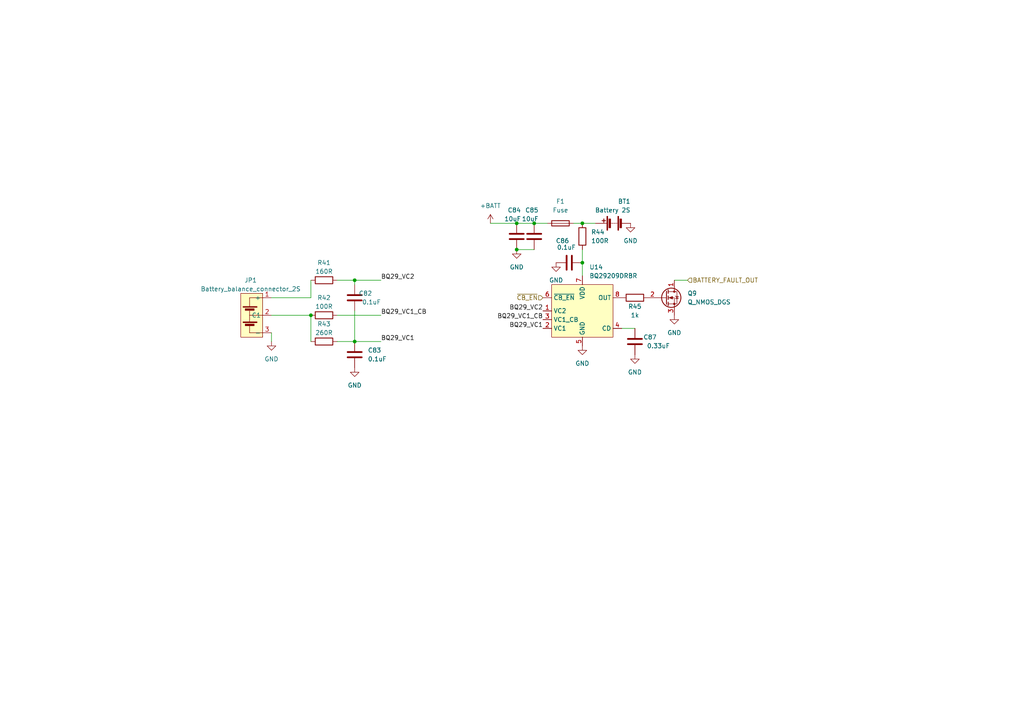
<source format=kicad_sch>
(kicad_sch (version 20211123) (generator eeschema)
  (paper "A4")
  (lib_symbols
    (symbol "Device:Battery" (pin_numbers hide) (pin_names (offset 0) hide)
      (property "Reference" "BT" (at 2.54 2.54 0))
      (property "Value" "Battery" (at 2.54 0 0))
      (symbol "Battery_0_1"
        (rectangle (start -2.032 -1.397) (end 2.032 -1.651) (fill (type outline)))
        (rectangle (start -2.032 1.778) (end 2.032 1.524) (fill (type outline)))
        (rectangle (start -1.3208 -1.9812) (end 1.27 -2.4892) (fill (type outline)))
        (rectangle (start -1.3208 1.1938) (end 1.27 0.6858) (fill (type outline)))
        (polyline (pts (xy 0 -1.524) (xy 0 -1.27)))
        (polyline (pts (xy 0 -1.016) (xy 0 -0.762)))
        (polyline (pts (xy 0 -0.508) (xy 0 -0.254)))
        (polyline (pts (xy 0 0) (xy 0 0.254)))
        (polyline (pts (xy 0 0.508) (xy 0 0.762)))
        (polyline (pts (xy 0 1.778) (xy 0 2.54)))
        (polyline (pts (xy 0.254 2.667) (xy 1.27 2.667)) (stroke (width 0.254)))
        (polyline (pts (xy 0.762 3.175) (xy 0.762 2.159)) (stroke (width 0.254)))
      )
      (symbol "Battery_1_1"
        (pin passive line (at 0 5.08 270) (length 2.54) (name "+") (number "1"))
        (pin passive line (at 0 -5.08 90) (length 2.54) (name "-") (number "2"))
      )
    )
    (symbol "Device:C" (pin_numbers hide) (pin_names (offset 0.254))
      (property "Reference" "C" (at 0.635 2.54 0))
      (property "Value" "C" (at 0.635 -2.54 0))
      (symbol "C_0_1"
        (polyline (pts (xy -2.032 -0.762) (xy 2.032 -0.762)) (stroke (width 0.508)))
        (polyline (pts (xy -2.032 0.762) (xy 2.032 0.762)) (stroke (width 0.508)))
      )
      (symbol "C_1_1"
        (pin passive line (at 0 3.81 270) (length 2.794) (name "~") (number "1"))
        (pin passive line (at 0 -3.81 90) (length 2.794) (name "~") (number "2"))
      )
    )
    (symbol "Device:Fuse" (pin_numbers hide) (pin_names (offset 0))
      (property "Reference" "F" (at 2.032 0 90))
      (property "Value" "Fuse" (at -1.905 0 90))
      (symbol "Fuse_0_1"
        (rectangle (start -0.762 -2.54) (end 0.762 2.54) (stroke (width 0.254)))
        (polyline (pts (xy 0 2.54) (xy 0 -2.54)))
      )
      (symbol "Fuse_1_1"
        (pin passive line (at 0 3.81 270) (length 1.27) (name "~") (number "1"))
        (pin passive line (at 0 -3.81 90) (length 1.27) (name "~") (number "2"))
      )
    )
    (symbol "Device:Q_NMOS_DGS" (pin_names (offset 0) hide)
      (property "Reference" "Q" (at 5.08 1.27 0))
      (property "Value" "Q_NMOS_DGS" (at 5.08 -1.27 0))
      (symbol "Q_NMOS_DGS_0_1"
        (polyline (pts (xy 0.254 0) (xy -2.54 0)))
        (polyline (pts (xy 0.254 1.905) (xy 0.254 -1.905)) (stroke (width 0.254)))
        (polyline (pts (xy 0.762 -1.27) (xy 0.762 -2.286)) (stroke (width 0.254)))
        (polyline (pts (xy 0.762 0.508) (xy 0.762 -0.508)) (stroke (width 0.254)))
        (polyline (pts (xy 0.762 2.286) (xy 0.762 1.27)) (stroke (width 0.254)))
        (polyline (pts (xy 2.54 2.54) (xy 2.54 1.778)))
        (polyline (pts (xy 2.54 -2.54) (xy 2.54 0) (xy 0.762 0)))
        (polyline (pts (xy 0.762 -1.778) (xy 3.302 -1.778) (xy 3.302 1.778) (xy 0.762 1.778)))
        (polyline (pts (xy 1.016 0) (xy 2.032 0.381) (xy 2.032 -0.381) (xy 1.016 0)) (fill (type outline)))
        (polyline (pts (xy 2.794 0.508) (xy 2.921 0.381) (xy 3.683 0.381) (xy 3.81 0.254)))
        (polyline (pts (xy 3.302 0.381) (xy 2.921 -0.254) (xy 3.683 -0.254) (xy 3.302 0.381)))
        (circle (center 1.651 0) (radius 2.794) (stroke (width 0.254)))
        (circle (center 2.54 -1.778) (radius 0.254) (fill (type outline)))
        (circle (center 2.54 1.778) (radius 0.254) (fill (type outline)))
      )
      (symbol "Q_NMOS_DGS_1_1"
        (pin passive line (at 2.54 5.08 270) (length 2.54) (name "D") (number "1"))
        (pin input line (at -5.08 0 0) (length 2.54) (name "G") (number "2"))
        (pin passive line (at 2.54 -5.08 90) (length 2.54) (name "S") (number "3"))
      )
    )
    (symbol "Device:R" (pin_numbers hide) (pin_names (offset 0))
      (property "Reference" "R" (at 2.032 0 90))
      (property "Value" "R" (at 0 0 90))
      (symbol "R_0_1"
        (rectangle (start -1.016 -2.54) (end 1.016 2.54) (stroke (width 0.254)))
      )
      (symbol "R_1_1"
        (pin passive line (at 0 3.81 270) (length 1.27) (name "~") (number "1"))
        (pin passive line (at 0 -3.81 90) (length 1.27) (name "~") (number "2"))
      )
    )
    (symbol "airsoft_controller:BQ29209DRBR"
      (property "Reference" "U" (at 3.81 11.43 0))
      (property "Value" "BQ29209DRBR" (at 8.89 8.89 0))
      (symbol "BQ29209DRBR_0_0"
        (pin input line (at -11.43 0 0) (length 2.54) (name "VC2") (number "1"))
        (pin input line (at -11.43 -5.08 0) (length 2.54) (name "VC1") (number "2"))
        (pin input line (at -11.43 -2.54 0) (length 2.54) (name "VC1_CB") (number "3"))
        (pin passive line (at 11.43 -5.08 180) (length 2.54) (name "CD") (number "4"))
        (pin passive line (at 0 -10.16 90) (length 2.54) (name "GND") (number "5"))
        (pin input line (at -11.43 3.81 0) (length 2.54) (name "~{CB_EN}") (number "6"))
        (pin passive line (at 0 10.16 270) (length 2.54) (name "VDD") (number "7"))
        (pin passive line (at 11.43 3.81 180) (length 2.54) (name "OUT") (number "8"))
        (pin passive line (at 0 -10.16 90) (length 2.54) hide (name "GND") (number "PAD"))
      )
      (symbol "BQ29209DRBR_0_1"
        (rectangle (start -8.89 7.62) (end 8.89 -7.62) (fill (type background)))
      )
    )
    (symbol "airsoft_controller:Battery_balance_connector_2S"
      (property "Reference" "JP" (at 0 7.62 0))
      (property "Value" "Battery_balance_connector_2S" (at 2.54 5.715 0))
      (symbol "Battery_balance_connector_2S_0_0"
        (pin passive line (at 6.35 0 180) (length 2.54) (name "C1") (number "2"))
      )
      (symbol "Battery_balance_connector_2S_0_1"
        (rectangle (start -2.54 6.35) (end 3.81 -6.35) (fill (type background)))
        (rectangle (start -1.905 -1.905) (end 2.159 -2.159) (fill (type outline)))
        (rectangle (start -1.905 2.54) (end 2.159 2.286) (fill (type outline)))
        (rectangle (start -1.27 -2.54) (end 1.3208 -3.048) (fill (type outline)))
        (rectangle (start -1.27 1.905) (end 1.3208 1.397) (fill (type outline)))
        (polyline (pts (xy 0 -5.08) (xy 3.81 -5.08)))
        (polyline (pts (xy 0 -3.175) (xy 0 -5.08)))
        (polyline (pts (xy 0 -1.905) (xy 0 1.27)))
        (polyline (pts (xy 0 0) (xy 3.81 0)))
        (polyline (pts (xy 0 5.08) (xy 0 2.54)))
        (polyline (pts (xy 0 5.08) (xy 3.81 5.08)))
      )
      (symbol "Battery_balance_connector_2S_1_1"
        (pin passive line (at 6.35 5.08 180) (length 2.54) (name "+") (number "1"))
        (pin passive line (at 6.35 -5.08 180) (length 2.54) (name "-") (number "3"))
      )
    )
    (symbol "power:+BATT" (power) (pin_names (offset 0))
      (property "Value" "+BATT" (at 0 3.556 0))
      (symbol "+BATT_0_1"
        (polyline (pts (xy -0.762 1.27) (xy 0 2.54)))
        (polyline (pts (xy 0 0) (xy 0 2.54)))
        (polyline (pts (xy 0 2.54) (xy 0.762 1.27)))
      )
      (symbol "+BATT_1_1"
        (pin power_in line (at 0 0 90) (length 0) hide (name "+BATT") (number "1"))
      )
    )
    (symbol "power:GND" (power) (pin_names (offset 0))
      (property "Value" "GND" (at 0 -3.81 0))
      (symbol "GND_0_1"
        (polyline (pts (xy 0 0) (xy 0 -1.27) (xy 1.27 -1.27) (xy 0 -2.54) (xy -1.27 -1.27) (xy 0 -1.27)))
      )
      (symbol "GND_1_1"
        (pin power_in line (at 0 0 270) (length 0) hide (name "GND") (number "1"))
      )
    )
  )
  (junction (at 154.94 64.77))
  (junction (at 168.91 76.2))
  (junction (at 168.91 64.77))
  (junction (at 149.86 64.77))
  (junction (at 102.87 99.06))
  (junction (at 90.17 91.44))
  (junction (at 102.87 81.28))
  (junction (at 149.86 72.39))
  (wire (pts (xy 102.87 82.55) (xy 102.87 81.28)))
  (wire (pts (xy 168.91 76.2) (xy 168.91 80.01)))
  (wire (pts (xy 97.79 91.44) (xy 110.49 91.44)))
  (wire (pts (xy 142.24 64.77) (xy 149.86 64.77)))
  (wire (pts (xy 97.79 99.06) (xy 102.87 99.06)))
  (wire (pts (xy 168.91 64.77) (xy 172.72 64.77)))
  (wire (pts (xy 102.87 81.28) (xy 110.49 81.28)))
  (wire (pts (xy 78.74 91.44) (xy 90.17 91.44)))
  (wire (pts (xy 149.86 64.77) (xy 154.94 64.77)))
  (wire (pts (xy 78.74 99.06) (xy 78.74 96.52)))
  (wire (pts (xy 154.94 64.77) (xy 158.75 64.77)))
  (wire (pts (xy 168.91 72.39) (xy 168.91 76.2)))
  (wire (pts (xy 102.87 90.17) (xy 102.87 99.06)))
  (wire (pts (xy 110.49 99.06) (xy 102.87 99.06)))
  (wire (pts (xy 166.37 64.77) (xy 168.91 64.77)))
  (wire (pts (xy 149.86 72.39) (xy 154.94 72.39)))
  (wire (pts (xy 97.79 81.28) (xy 102.87 81.28)))
  (wire (pts (xy 180.34 95.25) (xy 184.15 95.25)))
  (wire (pts (xy 90.17 81.28) (xy 90.17 86.36)))
  (wire (pts (xy 78.74 86.36) (xy 90.17 86.36)))
  (wire (pts (xy 90.17 91.44) (xy 90.17 99.06)))
  (wire (pts (xy 199.39 81.28) (xy 195.58 81.28)))
  (label "BQ29_VC2" (at 157.48 90.17 180))
  (label "BQ29_VC1_CB" (at 110.49 91.44 0))
  (label "BQ29_VC1" (at 110.49 99.06 0))
  (label "BQ29_VC2" (at 110.49 81.28 0))
  (label "BQ29_VC1" (at 157.48 95.25 180))
  (label "BQ29_VC1_CB" (at 157.48 92.71 180))
  (hierarchical_label "BATTERY_FAULT_OUT" (shape input) (at 199.39 81.28 0))
  (hierarchical_label "~{CB_EN}" (shape input) (at 157.48 86.36 180))
  (symbol (lib_id "power:GND") (at 78.74 99.06 0) (unit 1)
    (property "Reference" "#PWR0110" (effects hide))
    (property "Value" "GND" (at 78.74 104.14 0))
  )
  (symbol (lib_id "Device:R") (at 93.98 91.44 90) (unit 1)
    (property "Reference" "R42" (at 93.98 86.36 90))
    (property "Value" "100R" (at 93.98 88.9 90))
  )
  (symbol (lib_id "power:+BATT") (at 142.24 64.77 0) (unit 1)
    (property "Reference" "#PWR0112" (effects hide))
    (property "Value" "+BATT" (at 142.24 59.69 0))
  )
  (symbol (lib_id "power:GND") (at 102.87 106.68 0) (unit 1)
    (property "Reference" "#PWR0111" (effects hide))
    (property "Value" "GND" (at 102.87 111.76 0))
  )
  (symbol (lib_id "power:GND") (at 168.91 100.33 0) (unit 1)
    (property "Reference" "#PWR0115" (effects hide))
    (property "Value" "GND" (at 168.91 105.41 0))
  )
  (symbol (lib_id "airsoft_controller:Battery_balance_connector_2S") (at 72.39 91.44 0) (unit 1)
    (property "Reference" "JP1" (at 72.7075 81.28 0))
    (property "Value" "Battery_balance_connector_2S" (at 72.7075 83.82 0))
  )
  (symbol (lib_id "power:GND") (at 149.86 72.39 0) (unit 1)
    (property "Reference" "#PWR0113" (effects hide))
    (property "Value" "GND" (at 149.86 77.47 0))
  )
  (symbol (lib_id "power:GND") (at 182.88 64.77 0) (unit 1)
    (property "Reference" "#PWR0116" (effects hide))
    (property "Value" "GND" (at 182.88 69.85 0))
  )
  (symbol (lib_id "Device:R") (at 93.98 81.28 90) (unit 1)
    (property "Reference" "R41" (at 93.98 76.2 90))
    (property "Value" "160R" (at 93.98 78.74 90))
  )
  (symbol (lib_id "power:GND") (at 161.29 76.2 0) (unit 1)
    (property "Reference" "#PWR0114" (effects hide))
    (property "Value" "GND" (at 161.29 81.28 0))
  )
  (symbol (lib_id "Device:C") (at 184.15 99.06 0) (mirror x) (unit 1)
    (property "Reference" "C87" (at 190.5 97.79 0) (effects (justify right)))
    (property "Value" "0.33uF" (at 194.31 100.33 0) (effects (justify right)))
  )
  (symbol (lib_id "Device:R") (at 184.15 86.36 90) (unit 1)
    (property "Reference" "R45" (at 184.15 88.9 90))
    (property "Value" "1k" (at 184.15 91.44 90))
  )
  (symbol (lib_id "Device:Q_NMOS_DGS") (at 193.04 86.36 0) (unit 1)
    (property "Reference" "Q9" (at 199.39 85.0899 0) (effects (justify left)))
    (property "Value" "Q_NMOS_DGS" (at 199.39 87.6299 0) (effects (justify left)))
  )
  (symbol (lib_id "Device:C") (at 102.87 102.87 0) (mirror y) (unit 1)
    (property "Reference" "C83" (at 106.68 101.6 0) (effects (justify right)))
    (property "Value" "0.1uF" (at 106.68 104.14 0) (effects (justify right)))
  )
  (symbol (lib_id "Device:Battery") (at 177.8 64.77 90) (unit 1)
    (property "Reference" "BT1" (at 182.88 58.42 90) (effects (justify left)))
    (property "Value" "Battery 2S" (at 182.88 60.96 90) (effects (justify left)))
  )
  (symbol (lib_id "power:GND") (at 195.58 91.44 0) (unit 1)
    (property "Reference" "#PWR0118" (effects hide))
    (property "Value" "GND" (at 195.58 96.52 0))
  )
  (symbol (lib_id "Device:Fuse") (at 162.56 64.77 90) (unit 1)
    (property "Reference" "F1" (at 162.56 58.42 90))
    (property "Value" "Fuse" (at 162.56 60.96 90))
  )
  (symbol (lib_id "power:GND") (at 184.15 102.87 0) (unit 1)
    (property "Reference" "#PWR0117" (effects hide))
    (property "Value" "GND" (at 184.15 107.95 0))
  )
  (symbol (lib_id "Device:C") (at 149.86 68.58 0) (mirror x) (unit 1)
    (property "Reference" "C84" (at 151.13 60.96 0) (effects (justify right)))
    (property "Value" "10uF" (at 151.13 63.5 0) (effects (justify right)))
  )
  (symbol (lib_id "Device:C") (at 154.94 68.58 0) (mirror x) (unit 1)
    (property "Reference" "C85" (at 156.21 60.96 0) (effects (justify right)))
    (property "Value" "10uF" (at 156.21 63.5 0) (effects (justify right)))
  )
  (symbol (lib_id "Device:C") (at 165.1 76.2 270) (mirror x) (unit 1)
    (property "Reference" "C86" (at 165.1 69.85 90) (effects (justify right)))
    (property "Value" "0.1uF" (at 167.005 71.755 90) (effects (justify right)))
  )
  (symbol (lib_id "Device:C") (at 102.87 86.36 0) (mirror x) (unit 1)
    (property "Reference" "C82" (at 107.95 85.09 0) (effects (justify right)))
    (property "Value" "0.1uF" (at 110.49 87.63 0) (effects (justify right)))
  )
  (symbol (lib_id "Device:R") (at 93.98 99.06 90) (unit 1)
    (property "Reference" "R43" (at 93.98 93.98 90))
    (property "Value" "260R" (at 93.98 96.52 90))
  )
  (symbol (lib_id "Device:R") (at 168.91 68.58 0) (unit 1)
    (property "Reference" "R44" (at 171.45 67.3099 0) (effects (justify left)))
    (property "Value" "100R" (at 171.45 69.8499 0) (effects (justify left)))
  )
  (symbol (lib_id "airsoft_controller:BQ29209DRBR") (at 168.91 90.17 0) (unit 1)
    (property "Reference" "U14" (at 170.9294 77.47 0) (effects (justify left)))
    (property "Value" "BQ29209DRBR" (at 170.9294 80.01 0) (effects (justify left)))
    (property "Datasheet" "https://www.ti.com/lit/ds/symlink/bq29200.pdf?HQS=dis-mous-null-mousermode-dsf-pf-null-wwe&ts=1666015806508&ref_url=https%253A%252F%252Fwww.mouser.ee%252F" (effects hide))
  )
)
</source>
